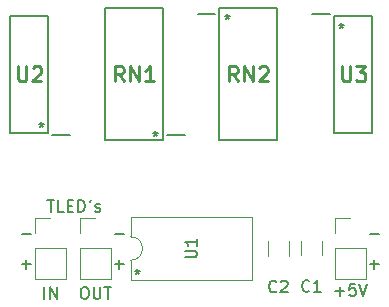
<source format=gbr>
%TF.GenerationSoftware,KiCad,Pcbnew,(5.1.6)-1*%
%TF.CreationDate,2021-03-31T10:32:31-04:00*%
%TF.ProjectId,Turbo-Display-V2,54757262-6f2d-4446-9973-706c61792d56,rev?*%
%TF.SameCoordinates,Original*%
%TF.FileFunction,Legend,Top*%
%TF.FilePolarity,Positive*%
%FSLAX46Y46*%
G04 Gerber Fmt 4.6, Leading zero omitted, Abs format (unit mm)*
G04 Created by KiCad (PCBNEW (5.1.6)-1) date 2021-03-31 10:32:31*
%MOMM*%
%LPD*%
G01*
G04 APERTURE LIST*
%ADD10C,0.150000*%
%ADD11C,0.120000*%
%ADD12C,0.200000*%
%ADD13C,0.254000*%
G04 APERTURE END LIST*
D10*
X93345047Y-96591428D02*
X94106952Y-96591428D01*
X93345047Y-99131428D02*
X94106952Y-99131428D01*
X93726000Y-99512380D02*
X93726000Y-98750476D01*
X95250000Y-99528380D02*
X95250000Y-99766476D01*
X95011904Y-99671238D02*
X95250000Y-99766476D01*
X95488095Y-99671238D01*
X95107142Y-99956952D02*
X95250000Y-99766476D01*
X95392857Y-99956952D01*
X112522000Y-78700380D02*
X112522000Y-78938476D01*
X112283904Y-78843238D02*
X112522000Y-78938476D01*
X112760095Y-78843238D01*
X112379142Y-79128952D02*
X112522000Y-78938476D01*
X112664857Y-79128952D01*
X102870000Y-77938380D02*
X102870000Y-78176476D01*
X102631904Y-78081238D02*
X102870000Y-78176476D01*
X103108095Y-78081238D01*
X102727142Y-78366952D02*
X102870000Y-78176476D01*
X103012857Y-78366952D01*
X87122000Y-87082380D02*
X87122000Y-87320476D01*
X86883904Y-87225238D02*
X87122000Y-87320476D01*
X87360095Y-87225238D01*
X86979142Y-87510952D02*
X87122000Y-87320476D01*
X87264857Y-87510952D01*
X96774000Y-87844380D02*
X96774000Y-88082476D01*
X96535904Y-87987238D02*
X96774000Y-88082476D01*
X97012095Y-87987238D01*
X96631142Y-88272952D02*
X96774000Y-88082476D01*
X96916857Y-88272952D01*
X90694000Y-101052380D02*
X90884476Y-101052380D01*
X90979714Y-101100000D01*
X91074952Y-101195238D01*
X91122571Y-101385714D01*
X91122571Y-101719047D01*
X91074952Y-101909523D01*
X90979714Y-102004761D01*
X90884476Y-102052380D01*
X90694000Y-102052380D01*
X90598761Y-102004761D01*
X90503523Y-101909523D01*
X90455904Y-101719047D01*
X90455904Y-101385714D01*
X90503523Y-101195238D01*
X90598761Y-101100000D01*
X90694000Y-101052380D01*
X91551142Y-101052380D02*
X91551142Y-101861904D01*
X91598761Y-101957142D01*
X91646380Y-102004761D01*
X91741619Y-102052380D01*
X91932095Y-102052380D01*
X92027333Y-102004761D01*
X92074952Y-101957142D01*
X92122571Y-101861904D01*
X92122571Y-101052380D01*
X92455904Y-101052380D02*
X93027333Y-101052380D01*
X92741619Y-102052380D02*
X92741619Y-101052380D01*
X87360190Y-102052380D02*
X87360190Y-101052380D01*
X87836380Y-102052380D02*
X87836380Y-101052380D01*
X88407809Y-102052380D01*
X88407809Y-101052380D01*
X87630285Y-93686380D02*
X88201714Y-93686380D01*
X87916000Y-94686380D02*
X87916000Y-93686380D01*
X89011238Y-94686380D02*
X88535047Y-94686380D01*
X88535047Y-93686380D01*
X89344571Y-94162571D02*
X89677904Y-94162571D01*
X89820761Y-94686380D02*
X89344571Y-94686380D01*
X89344571Y-93686380D01*
X89820761Y-93686380D01*
X90249333Y-94686380D02*
X90249333Y-93686380D01*
X90487428Y-93686380D01*
X90630285Y-93734000D01*
X90725523Y-93829238D01*
X90773142Y-93924476D01*
X90820761Y-94114952D01*
X90820761Y-94257809D01*
X90773142Y-94448285D01*
X90725523Y-94543523D01*
X90630285Y-94638761D01*
X90487428Y-94686380D01*
X90249333Y-94686380D01*
X91296952Y-93686380D02*
X91201714Y-93876857D01*
X91677904Y-94638761D02*
X91773142Y-94686380D01*
X91963619Y-94686380D01*
X92058857Y-94638761D01*
X92106476Y-94543523D01*
X92106476Y-94495904D01*
X92058857Y-94400666D01*
X91963619Y-94353047D01*
X91820761Y-94353047D01*
X91725523Y-94305428D01*
X91677904Y-94210190D01*
X91677904Y-94162571D01*
X91725523Y-94067333D01*
X91820761Y-94019714D01*
X91963619Y-94019714D01*
X92058857Y-94067333D01*
X85471047Y-99131428D02*
X86232952Y-99131428D01*
X85852000Y-99512380D02*
X85852000Y-98750476D01*
X85471047Y-96591428D02*
X86232952Y-96591428D01*
X114935047Y-96591428D02*
X115696952Y-96591428D01*
X114935047Y-99131428D02*
X115696952Y-99131428D01*
X115316000Y-99512380D02*
X115316000Y-98750476D01*
X111998285Y-101417428D02*
X112760190Y-101417428D01*
X112379238Y-101798380D02*
X112379238Y-101036476D01*
X113712571Y-100798380D02*
X113236380Y-100798380D01*
X113188761Y-101274571D01*
X113236380Y-101226952D01*
X113331619Y-101179333D01*
X113569714Y-101179333D01*
X113664952Y-101226952D01*
X113712571Y-101274571D01*
X113760190Y-101369809D01*
X113760190Y-101607904D01*
X113712571Y-101703142D01*
X113664952Y-101750761D01*
X113569714Y-101798380D01*
X113331619Y-101798380D01*
X113236380Y-101750761D01*
X113188761Y-101703142D01*
X114045904Y-100798380D02*
X114379238Y-101798380D01*
X114712571Y-100798380D01*
D11*
%TO.C,C1*%
X110892000Y-98355564D02*
X110892000Y-97151436D01*
X109072000Y-98355564D02*
X109072000Y-97151436D01*
%TO.C,C2*%
X106278000Y-98392064D02*
X106278000Y-97187936D01*
X108098000Y-98392064D02*
X108098000Y-97187936D01*
%TO.C,J1*%
X111954000Y-100390000D02*
X114614000Y-100390000D01*
X111954000Y-97790000D02*
X111954000Y-100390000D01*
X114614000Y-97790000D02*
X114614000Y-100390000D01*
X111954000Y-97790000D02*
X114614000Y-97790000D01*
X111954000Y-96520000D02*
X111954000Y-95190000D01*
X111954000Y-95190000D02*
X113284000Y-95190000D01*
%TO.C,J2*%
X86554000Y-95190000D02*
X87884000Y-95190000D01*
X86554000Y-96520000D02*
X86554000Y-95190000D01*
X86554000Y-97790000D02*
X89214000Y-97790000D01*
X89214000Y-97790000D02*
X89214000Y-100390000D01*
X86554000Y-97790000D02*
X86554000Y-100390000D01*
X86554000Y-100390000D02*
X89214000Y-100390000D01*
%TO.C,J3*%
X90364000Y-95190000D02*
X91694000Y-95190000D01*
X90364000Y-96520000D02*
X90364000Y-95190000D01*
X90364000Y-97790000D02*
X93024000Y-97790000D01*
X93024000Y-97790000D02*
X93024000Y-100390000D01*
X90364000Y-97790000D02*
X90364000Y-100390000D01*
X90364000Y-100390000D02*
X93024000Y-100390000D01*
D12*
%TO.C,RN1*%
X99296000Y-88203000D02*
X97791000Y-88203000D01*
X97441000Y-77468000D02*
X97441000Y-88648000D01*
X92551000Y-77468000D02*
X97441000Y-77468000D01*
X92551000Y-88648000D02*
X92551000Y-77468000D01*
X97441000Y-88648000D02*
X92551000Y-88648000D01*
%TO.C,RN2*%
X102203000Y-77468000D02*
X107093000Y-77468000D01*
X107093000Y-77468000D02*
X107093000Y-88648000D01*
X107093000Y-88648000D02*
X102203000Y-88648000D01*
X102203000Y-88648000D02*
X102203000Y-77468000D01*
X100348000Y-77913000D02*
X101853000Y-77913000D01*
D11*
%TO.C,U1*%
X94682000Y-95140000D02*
X94682000Y-96790000D01*
X104962000Y-95140000D02*
X94682000Y-95140000D01*
X104962000Y-100440000D02*
X104962000Y-95140000D01*
X94682000Y-100440000D02*
X104962000Y-100440000D01*
X94682000Y-98790000D02*
X94682000Y-100440000D01*
X94682000Y-96790000D02*
G75*
G02*
X94682000Y-98790000I0J-1000000D01*
G01*
D12*
%TO.C,U2*%
X89581000Y-88178000D02*
X88056000Y-88178000D01*
X87706000Y-78108000D02*
X87706000Y-88008000D01*
X84506000Y-78108000D02*
X87706000Y-78108000D01*
X84506000Y-88008000D02*
X84506000Y-78108000D01*
X87706000Y-88008000D02*
X84506000Y-88008000D01*
%TO.C,U3*%
X111938000Y-78108000D02*
X115138000Y-78108000D01*
X115138000Y-78108000D02*
X115138000Y-88008000D01*
X115138000Y-88008000D02*
X111938000Y-88008000D01*
X111938000Y-88008000D02*
X111938000Y-78108000D01*
X110063000Y-77938000D02*
X111588000Y-77938000D01*
%TO.C,C1*%
D10*
X109815333Y-101376142D02*
X109767714Y-101423761D01*
X109624857Y-101471380D01*
X109529619Y-101471380D01*
X109386761Y-101423761D01*
X109291523Y-101328523D01*
X109243904Y-101233285D01*
X109196285Y-101042809D01*
X109196285Y-100899952D01*
X109243904Y-100709476D01*
X109291523Y-100614238D01*
X109386761Y-100519000D01*
X109529619Y-100471380D01*
X109624857Y-100471380D01*
X109767714Y-100519000D01*
X109815333Y-100566619D01*
X110767714Y-101471380D02*
X110196285Y-101471380D01*
X110482000Y-101471380D02*
X110482000Y-100471380D01*
X110386761Y-100614238D01*
X110291523Y-100709476D01*
X110196285Y-100757095D01*
%TO.C,C2*%
X107021333Y-101412642D02*
X106973714Y-101460261D01*
X106830857Y-101507880D01*
X106735619Y-101507880D01*
X106592761Y-101460261D01*
X106497523Y-101365023D01*
X106449904Y-101269785D01*
X106402285Y-101079309D01*
X106402285Y-100936452D01*
X106449904Y-100745976D01*
X106497523Y-100650738D01*
X106592761Y-100555500D01*
X106735619Y-100507880D01*
X106830857Y-100507880D01*
X106973714Y-100555500D01*
X107021333Y-100603119D01*
X107402285Y-100603119D02*
X107449904Y-100555500D01*
X107545142Y-100507880D01*
X107783238Y-100507880D01*
X107878476Y-100555500D01*
X107926095Y-100603119D01*
X107973714Y-100698357D01*
X107973714Y-100793595D01*
X107926095Y-100936452D01*
X107354666Y-101507880D01*
X107973714Y-101507880D01*
%TO.C,RN1*%
D13*
X94119095Y-83632523D02*
X93695761Y-83027761D01*
X93393380Y-83632523D02*
X93393380Y-82362523D01*
X93877190Y-82362523D01*
X93998142Y-82423000D01*
X94058619Y-82483476D01*
X94119095Y-82604428D01*
X94119095Y-82785857D01*
X94058619Y-82906809D01*
X93998142Y-82967285D01*
X93877190Y-83027761D01*
X93393380Y-83027761D01*
X94663380Y-83632523D02*
X94663380Y-82362523D01*
X95389095Y-83632523D01*
X95389095Y-82362523D01*
X96659095Y-83632523D02*
X95933380Y-83632523D01*
X96296238Y-83632523D02*
X96296238Y-82362523D01*
X96175285Y-82543952D01*
X96054333Y-82664904D01*
X95933380Y-82725380D01*
%TO.C,RN2*%
X103771095Y-83632523D02*
X103347761Y-83027761D01*
X103045380Y-83632523D02*
X103045380Y-82362523D01*
X103529190Y-82362523D01*
X103650142Y-82423000D01*
X103710619Y-82483476D01*
X103771095Y-82604428D01*
X103771095Y-82785857D01*
X103710619Y-82906809D01*
X103650142Y-82967285D01*
X103529190Y-83027761D01*
X103045380Y-83027761D01*
X104315380Y-83632523D02*
X104315380Y-82362523D01*
X105041095Y-83632523D01*
X105041095Y-82362523D01*
X105585380Y-82483476D02*
X105645857Y-82423000D01*
X105766809Y-82362523D01*
X106069190Y-82362523D01*
X106190142Y-82423000D01*
X106250619Y-82483476D01*
X106311095Y-82604428D01*
X106311095Y-82725380D01*
X106250619Y-82906809D01*
X105524904Y-83632523D01*
X106311095Y-83632523D01*
%TO.C,U1*%
D10*
X99274380Y-98551904D02*
X100083904Y-98551904D01*
X100179142Y-98504285D01*
X100226761Y-98456666D01*
X100274380Y-98361428D01*
X100274380Y-98170952D01*
X100226761Y-98075714D01*
X100179142Y-98028095D01*
X100083904Y-97980476D01*
X99274380Y-97980476D01*
X100274380Y-96980476D02*
X100274380Y-97551904D01*
X100274380Y-97266190D02*
X99274380Y-97266190D01*
X99417238Y-97361428D01*
X99512476Y-97456666D01*
X99560095Y-97551904D01*
%TO.C,U2*%
D13*
X85138380Y-82362523D02*
X85138380Y-83390619D01*
X85198857Y-83511571D01*
X85259333Y-83572047D01*
X85380285Y-83632523D01*
X85622190Y-83632523D01*
X85743142Y-83572047D01*
X85803619Y-83511571D01*
X85864095Y-83390619D01*
X85864095Y-82362523D01*
X86408380Y-82483476D02*
X86468857Y-82423000D01*
X86589809Y-82362523D01*
X86892190Y-82362523D01*
X87013142Y-82423000D01*
X87073619Y-82483476D01*
X87134095Y-82604428D01*
X87134095Y-82725380D01*
X87073619Y-82906809D01*
X86347904Y-83632523D01*
X87134095Y-83632523D01*
%TO.C,U3*%
X112570380Y-82362523D02*
X112570380Y-83390619D01*
X112630857Y-83511571D01*
X112691333Y-83572047D01*
X112812285Y-83632523D01*
X113054190Y-83632523D01*
X113175142Y-83572047D01*
X113235619Y-83511571D01*
X113296095Y-83390619D01*
X113296095Y-82362523D01*
X113779904Y-82362523D02*
X114566095Y-82362523D01*
X114142761Y-82846333D01*
X114324190Y-82846333D01*
X114445142Y-82906809D01*
X114505619Y-82967285D01*
X114566095Y-83088238D01*
X114566095Y-83390619D01*
X114505619Y-83511571D01*
X114445142Y-83572047D01*
X114324190Y-83632523D01*
X113961333Y-83632523D01*
X113840380Y-83572047D01*
X113779904Y-83511571D01*
%TD*%
M02*

</source>
